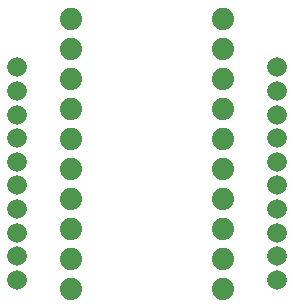
<source format=gts>
G75*
%MOIN*%
%OFA0B0*%
%FSLAX25Y25*%
%IPPOS*%
%LPD*%
%AMOC8*
5,1,8,0,0,1.08239X$1,22.5*
%
%ADD10C,0.07400*%
%ADD11C,0.06550*%
D10*
X0062833Y0031006D03*
X0062833Y0041006D03*
X0062833Y0051006D03*
X0062833Y0061006D03*
X0062833Y0071006D03*
X0062833Y0081006D03*
X0062833Y0091006D03*
X0062833Y0101006D03*
X0062833Y0111006D03*
X0062833Y0121006D03*
X0113333Y0121006D03*
X0113333Y0111006D03*
X0113333Y0101006D03*
X0113333Y0091006D03*
X0113333Y0081006D03*
X0113333Y0071006D03*
X0113333Y0061006D03*
X0113333Y0051006D03*
X0113333Y0041006D03*
X0113333Y0031006D03*
D11*
X0044707Y0033880D03*
X0044707Y0041754D03*
X0044707Y0049628D03*
X0044707Y0057502D03*
X0044707Y0065376D03*
X0044707Y0073250D03*
X0044707Y0081124D03*
X0044707Y0088998D03*
X0044707Y0096872D03*
X0044707Y0104746D03*
X0131321Y0104746D03*
X0131321Y0096872D03*
X0131321Y0088998D03*
X0131321Y0081124D03*
X0131321Y0073250D03*
X0131321Y0065376D03*
X0131321Y0057502D03*
X0131321Y0049628D03*
X0131321Y0041754D03*
X0131321Y0033880D03*
M02*

</source>
